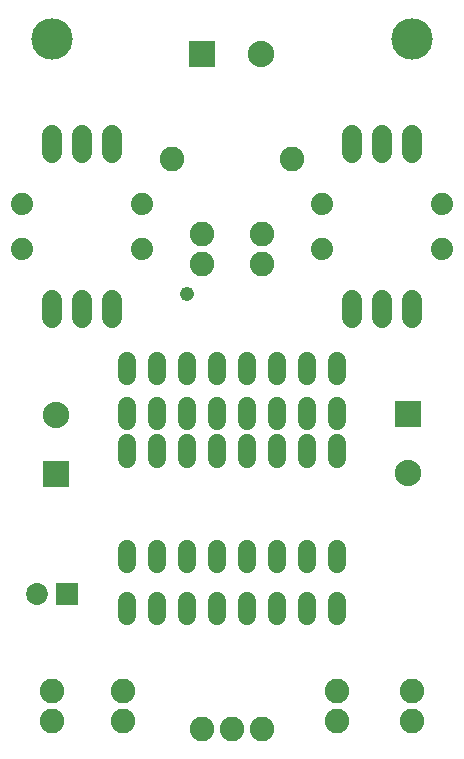
<source format=gts>
G75*
%MOIN*%
%OFA0B0*%
%FSLAX24Y24*%
%IPPOS*%
%LPD*%
%AMOC8*
5,1,8,0,0,1.08239X$1,22.5*
%
%ADD10C,0.0740*%
%ADD11R,0.0880X0.0880*%
%ADD12C,0.0880*%
%ADD13C,0.0600*%
%ADD14C,0.0680*%
%ADD15C,0.0820*%
%ADD16C,0.1380*%
%ADD17C,0.0730*%
%ADD18R,0.0730X0.0730*%
%ADD19C,0.0476*%
D10*
X000680Y016680D03*
X000680Y018180D03*
X004680Y018180D03*
X004680Y016680D03*
X010680Y016680D03*
X010680Y018180D03*
X014680Y018180D03*
X014680Y016680D03*
D11*
X013555Y011180D03*
X006680Y023180D03*
X001805Y009180D03*
D12*
X001805Y011149D03*
X008649Y023180D03*
X013555Y009211D03*
D13*
X011180Y009680D02*
X011180Y010200D01*
X011180Y010920D02*
X011180Y011440D01*
X011180Y012420D02*
X011180Y012940D01*
X010180Y012940D02*
X010180Y012420D01*
X010180Y011440D02*
X010180Y010920D01*
X010180Y010200D02*
X010180Y009680D01*
X009180Y009680D02*
X009180Y010200D01*
X009180Y010920D02*
X009180Y011440D01*
X009180Y012420D02*
X009180Y012940D01*
X008180Y012940D02*
X008180Y012420D01*
X008180Y011440D02*
X008180Y010920D01*
X008180Y010200D02*
X008180Y009680D01*
X007180Y009680D02*
X007180Y010200D01*
X007180Y010920D02*
X007180Y011440D01*
X007180Y012420D02*
X007180Y012940D01*
X006180Y012940D02*
X006180Y012420D01*
X006180Y011440D02*
X006180Y010920D01*
X006180Y010200D02*
X006180Y009680D01*
X005180Y009680D02*
X005180Y010200D01*
X005180Y010920D02*
X005180Y011440D01*
X005180Y012420D02*
X005180Y012940D01*
X004180Y012940D02*
X004180Y012420D01*
X004180Y011440D02*
X004180Y010920D01*
X004180Y010200D02*
X004180Y009680D01*
X004180Y006680D02*
X004180Y006160D01*
X004180Y004940D02*
X004180Y004420D01*
X005180Y004420D02*
X005180Y004940D01*
X005180Y006160D02*
X005180Y006680D01*
X006180Y006680D02*
X006180Y006160D01*
X006180Y004940D02*
X006180Y004420D01*
X007180Y004420D02*
X007180Y004940D01*
X007180Y006160D02*
X007180Y006680D01*
X008180Y006680D02*
X008180Y006160D01*
X008180Y004940D02*
X008180Y004420D01*
X009180Y004420D02*
X009180Y004940D01*
X009180Y006160D02*
X009180Y006680D01*
X010180Y006680D02*
X010180Y006160D01*
X010180Y004940D02*
X010180Y004420D01*
X011180Y004420D02*
X011180Y004940D01*
X011180Y006160D02*
X011180Y006680D01*
D14*
X011680Y014380D02*
X011680Y014980D01*
X012680Y014980D02*
X012680Y014380D01*
X013680Y014380D02*
X013680Y014980D01*
X013680Y019880D02*
X013680Y020480D01*
X012680Y020480D02*
X012680Y019880D01*
X011680Y019880D02*
X011680Y020480D01*
X003680Y020480D02*
X003680Y019880D01*
X002680Y019880D02*
X002680Y020480D01*
X001680Y020480D02*
X001680Y019880D01*
X001680Y014980D02*
X001680Y014380D01*
X002680Y014380D02*
X002680Y014980D01*
X003680Y014980D02*
X003680Y014380D01*
D15*
X001680Y000930D03*
X001680Y001930D03*
X004055Y001930D03*
X004055Y000930D03*
X006680Y000680D03*
X007680Y000680D03*
X008680Y000680D03*
X011180Y000930D03*
X011180Y001930D03*
X013680Y001930D03*
X013680Y000930D03*
X008680Y016180D03*
X008680Y017180D03*
X009680Y019680D03*
X006680Y017180D03*
X006680Y016180D03*
X005680Y019680D03*
D16*
X001680Y023680D03*
X013680Y023680D03*
D17*
X001180Y005180D03*
D18*
X002180Y005180D03*
D19*
X006180Y015180D03*
M02*

</source>
